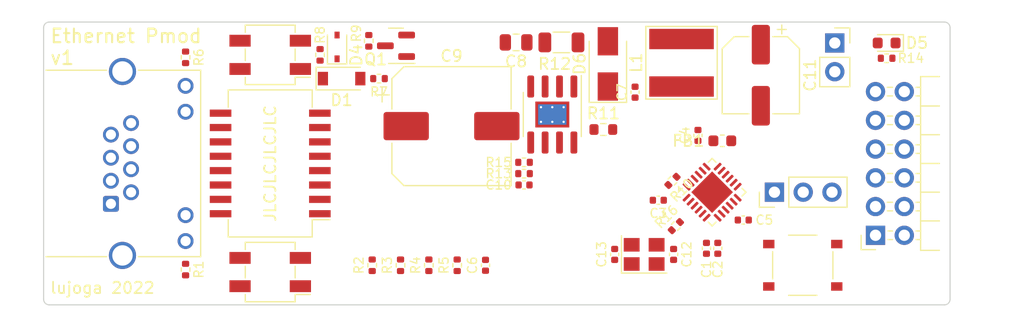
<source format=kicad_pcb>
(kicad_pcb (version 20211014) (generator pcbnew)
  (layers (0 "F.Cu" signal) (31 "B.Cu" signal) (34 "B.Paste" user) (35 "F.Paste" user) (36 "B.SilkS" user "B.Silkscreen") (37 "F.SilkS" user "F.Silkscreen") (38 "B.Mask" user) (39 "F.Mask" user) (44 "Edge.Cuts" user))
  (net 0 "")
  (net 1 "+1V2")
  (net 2 "GND")
  (net 3 "VDDA")
  (net 4 "+3V3")
  (net 5 "Net-(C7-Pad1)")
  (net 6 "Net-(C7-Pad2)")
  (net 7 "VDC")
  (net 8 "GND1")
  (net 9 "+5V")
  (net 10 "Net-(C10-Pad2)")
  (net 11 "Net-(D1-Pad2)")
  (net 12 "/DC+A")
  (net 13 "Net-(D2-Pad3)")
  (net 14 "/DC-A")
  (net 15 "/DC+B")
  (net 16 "/DC-B")
  (net 17 "Net-(D4-Pad1)")
  (net 18 "Net-(D5-Pad1)")
  (net 19 "/LED2")
  (net 20 "/LED1")
  (net 21 "/RXD1")
  (net 22 "/RXER")
  (net 23 "/REFCLK")
  (net 24 "/TXD0")
  (net 25 "/RXD0")
  (net 26 "/CRS_DV")
  (net 27 "/TXEN")
  (net 28 "/TXD1")
  (net 29 "/MDIO")
  (net 30 "/MDC")
  (net 31 "/TXN")
  (net 32 "/TXP")
  (net 33 "/RXN")
  (net 34 "/RXP")
  (net 35 "Net-(R10-Pad1)")
  (net 36 "Net-(R11-Pad1)")
  (net 37 "Net-(R12-Pad2)")
  (net 38 "Net-(SW1-Pad2)")
  (net 39 "Net-(C12-Pad1)")
  (net 40 "Net-(C13-Pad1)")
  (net 43 "Net-(R16-Pad2)")
  (net 44 "/RX-")
  (net 45 "/RX+")
  (net 46 "/TX-")
  (net 47 "/TX+")
  (net 48 "Net-(J1-Pad9)")
  (net 49 "Net-(J1-Pad12)")
  (footprint "Capacitor_SMD:C_0402_1005Metric" (layer "F.Cu") (at 160.4 108.04 90)
    (fp_text reference "C13" (at 0 -1.16 90) (layer "F.SilkS") (effects (font (size 0.8 0.8) (thickness 0.12))))
    (fp_text value "12p")
    (fp_line (start -0.107836 0.36) (end 0.107836 0.36) (layer "F.SilkS") (width 0.12))
    (fp_line (start -0.107836 -0.36) (end 0.107836 -0.36) (layer "F.SilkS") (width 0.12))
    (pad "1" smd roundrect (at -0.48 0 90) (size 0.56 0.62) (layers "F.Cu" "F.Paste" "F.Mask") (net 40 "Net-(C13-Pad1)"))
    (pad "2" smd roundrect (at 0.48 0 90) (size 0.56 0.62) (layers "F.Cu" "F.Paste" "F.Mask") (net 2 "GND"))
  )
  (footprint "Capacitor_SMD:C_0402_1005Metric" (layer "F.Cu") (at 152.4 101.9)
    (fp_text reference "C10" (at -1 0) (layer "F.SilkS") (effects (font (size 0.8 0.8) (thickness 0.12)) (justify right)))
    (fp_text value "12p" hide)
    (fp_line (start -0.107836 0.36) (end 0.107836 0.36) (layer "F.SilkS") (width 0.12))
    (fp_line (start -0.107836 -0.36) (end 0.107836 -0.36) (layer "F.SilkS") (width 0.12))
    (pad "1" smd roundrect (at -0.48 0) (size 0.56 0.62) (layers "F.Cu" "F.Paste" "F.Mask") (net 9 "+5V"))
    (pad "2" smd roundrect (at 0.48 0) (size 0.56 0.62) (layers "F.Cu" "F.Paste" "F.Mask") (net 10 "Net-(C10-Pad2)"))
  )
  (footprint "Resistor_SMD:R_0603_1608Metric" (layer "F.Cu") (at 159.4 97)
    (fp_text reference "R11" (at 0 -1.43) (layer "F.SilkS"))
    (fp_text value "5R1")
    (fp_line (start -0.237258 -0.5225) (end 0.237258 -0.5225) (layer "F.SilkS") (width 0.12))
    (fp_line (start -0.237258 0.5225) (end 0.237258 0.5225) (layer "F.SilkS") (width 0.12))
    (pad "1" smd roundrect (at -0.825 0) (size 0.8 0.95) (layers "F.Cu" "F.Paste" "F.Mask") (net 36 "Net-(R11-Pad1)"))
    (pad "2" smd roundrect (at 0.825 0) (size 0.8 0.95) (layers "F.Cu" "F.Paste" "F.Mask") (net 5 "Net-(C7-Pad1)"))
  )
  (footprint "Resistor_SMD:R_0402_1005Metric" (layer "F.Cu") (at 146.5 109 90)
    (fp_text reference "R5" (at 0 -1.17 90) (layer "F.SilkS") (effects (font (size 0.8 0.8) (thickness 0.12))))
    (fp_text value "49R9")
    (fp_line (start -0.153641 0.38) (end 0.153641 0.38) (layer "F.SilkS") (width 0.12))
    (fp_line (start -0.153641 -0.38) (end 0.153641 -0.38) (layer "F.SilkS") (width 0.12))
    (pad "1" smd roundrect (at -0.51 0 90) (size 0.54 0.64) (layers "F.Cu" "F.Paste" "F.Mask") (net 3 "VDDA"))
    (pad "2" smd roundrect (at 0.51 0 90) (size 0.54 0.64) (layers "F.Cu" "F.Paste" "F.Mask") (net 34 "/RXP"))
  )
  (footprint "Connector_PinHeader_2.54mm:PinHeader_1x03_P2.54mm_Vertical" (layer "F.Cu") (at 174.5 102.54 90)
    (fp_text reference "J3" hide)
    (fp_text value "SMI")
    (fp_line (start -1.33 6.41) (end 1.33 6.41) (layer "F.SilkS") (width 0.12))
    (fp_line (start -1.33 1.27) (end -1.33 6.41) (layer "F.SilkS") (width 0.12))
    (fp_line (start -1.33 -1.33) (end 0 -1.33) (layer "F.SilkS") (width 0.12))
    (fp_line (start -1.33 0) (end -1.33 -1.33) (layer "F.SilkS") (width 0.12))
    (fp_line (start 1.33 1.27) (end 1.33 6.41) (layer "F.SilkS") (width 0.12))
    (fp_line (start -1.33 1.27) (end 1.33 1.27) (layer "F.SilkS") (width 0.12))
    (pad "1" thru_hole rect (at 0 0 90) (size 1.7 1.7) (drill 1) (layers *.Cu *.Mask) (net 29 "/MDIO"))
    (pad "2" thru_hole oval (at 0 2.54 90) (size 1.7 1.7) (drill 1) (layers *.Cu *.Mask) (net 30 "/MDC"))
    (pad "3" thru_hole oval (at 0 5.08 90) (size 1.7 1.7) (drill 1) (layers *.Cu *.Mask) (net 2 "GND"))
  )
  (footprint "Capacitor_SMD:C_0402_1005Metric" (layer "F.Cu") (at 165.6 108.04 -90)
    (fp_text reference "C12" (at 0 -1.16 90) (layer "F.SilkS") (effects (font (size 0.8 0.8) (thickness 0.12))))
    (fp_text value "12p")
    (fp_line (start -0.107836 0.36) (end 0.107836 0.36) (layer "F.SilkS") (width 0.12))
    (fp_line (start -0.107836 -0.36) (end 0.107836 -0.36) (layer "F.SilkS") (width 0.12))
    (pad "1" smd roundrect (at -0.48 0 270) (size 0.56 0.62) (layers "F.Cu" "F.Paste" "F.Mask") (net 39 "Net-(C12-Pad1)"))
    (pad "2" smd roundrect (at 0.48 0 270) (size 0.56 0.62) (layers "F.Cu" "F.Paste" "F.Mask") (net 2 "GND"))
  )
  (footprint "Package_TO_SOT_SMD:SOT-23" (layer "F.Cu") (at 141.1 89.6 180)
    (fp_text reference "Q1" (at 1.8 -1.2) (layer "F.SilkS"))
    (fp_text value "60V")
    (fp_line (start 0 -1.56) (end 0.65 -1.56) (layer "F.SilkS") (width 0.12))
    (fp_line (start 0 -1.56) (end -1.675 -1.56) (layer "F.SilkS") (width 0.12))
    (fp_line (start 0 1.56) (end 0.65 1.56) (layer "F.SilkS") (width 0.12))
    (fp_line (start 0 1.56) (end -0.65 1.56) (layer "F.SilkS") (width 0.12))
    (pad "1" smd roundrect (at -0.9375 -0.95 180) (size 1.475 0.6) (layers "F.Cu" "F.Paste" "F.Mask") (net 17 "Net-(D4-Pad1)"))
    (pad "2" smd roundrect (at -0.9375 0.95 180) (size 1.475 0.6) (layers "F.Cu" "F.Paste" "F.Mask") (net 13 "Net-(D2-Pad3)"))
    (pad "3" smd roundrect (at 0.9375 0 180) (size 1.475 0.6) (layers "F.Cu" "F.Paste" "F.Mask") (net 8 "GND1"))
  )
  (footprint "Capacitor_SMD:CP_Elec_10x10" (layer "F.Cu") (at 146 96.7)
    (fp_text reference "C9" (at 0 -6.2) (layer "F.SilkS"))
    (fp_text value "100u")
    (fp_line (start -6.125 -3.385) (end -6.125 -2.135) (layer "F.SilkS") (width 0.12))
    (fp_line (start -5.26 -4.195563) (end -5.26 -1.51) (layer "F.SilkS") (width 0.12))
    (fp_line (start -6.75 -2.76) (end -5.5 -2.76) (layer "F.SilkS") (width 0.12))
    (fp_line (start -4.195563 5.26) (end 5.26 5.26) (layer "F.SilkS") (width 0.12))
    (fp_line (start 5.26 5.26) (end 5.26 1.51) (layer "F.SilkS") (width 0.12))
    (fp_line (start -4.195563 -5.26) (end 5.26 -5.26) (layer "F.SilkS") (width 0.12))
    (fp_line (start -5.26 -4.195563) (end -4.195563 -5.26) (layer "F.SilkS") (width 0.12))
    (fp_line (start -5.26 4.195563) (end -4.195563 5.26) (layer "F.SilkS") (width 0.12))
    (fp_line (start 5.26 -5.26) (end 5.26 -1.51) (layer "F.SilkS") (width 0.12))
    (fp_line (start -5.26 4.195563) (end -5.26 1.51) (layer "F.SilkS") (width 0.12))
    (pad "1" smd roundrect (at -4 0) (size 4 2.5) (layers "F.Cu" "F.Paste" "F.Mask") (roundrect_rratio 0.1) (net 7 "VDC"))
    (pad "2" smd roundrect (at 4 0) (size 4 2.5) (layers "F.Cu" "F.Paste" "F.Mask") (roundrect_rratio 0.1) (net 8 "GND1"))
  )
  (footprint "Connector_PinSocket_2.54mm:PinSocket_1x02_P2.54mm_Vertical" (layer "F.Cu") (at 179.825 89.35)
    (fp_text reference "J4" hide)
    (fp_text value "PoE")
    (fp_line (start -1.33 1.27) (end -1.33 3.87) (layer "F.SilkS") (width 0.12))
    (fp_line (start 0 -1.33) (end 1.33 -1.33) (layer "F.SilkS") (width 0.12))
    (fp_line (start -1.33 3.87) (end 1.33 3.87) (layer "F.SilkS") (width 0.12))
    (fp_line (start 1.33 -1.33) (end 1.33 0) (layer "F.SilkS") (width 0.12))
    (fp_line (start -1.33 1.27) (end 1.33 1.27) (layer "F.SilkS") (width 0.12))
    (fp_line (start 1.33 1.27) (end 1.33 3.87) (layer "F.SilkS") (width 0.12))
    (pad "1" thru_hole rect (at 0 0) (size 1.7 1.7) (drill 1) (layers *.Cu *.Mask) (net 9 "+5V"))
    (pad "2" thru_hole oval (at 0 2.54) (size 1.7 1.7) (drill 1) (layers *.Cu *.Mask) (net 8 "GND1"))
  )
  (footprint "Capacitor_SMD:C_0402_1005Metric" (layer "F.Cu") (at 164.25 103.25 180)
    (fp_text reference "C3" (at 0 -1.16) (layer "F.SilkS") (effects (font (size 0.8 0.8) (thickness 0.12))))
    (fp_text value "100n")
    (fp_line (start -0.107836 -0.36) (end 0.107836 -0.36) (layer "F.SilkS") (width 0.12))
    (fp_line (start -0.107836 0.36) (end 0.107836 0.36) (layer "F.SilkS") (width 0.12))
    (pad "1" smd roundrect (at -0.48 0 180) (size 0.56 0.62) (layers "F.Cu" "F.Paste" "F.Mask") (net 3 "VDDA"))
    (pad "2" smd roundrect (at 0.48 0 180) (size 0.56 0.62) (layers "F.Cu" "F.Paste" "F.Mask") (net 2 "GND"))
  )
  (footprint "Capacitor_SMD:CP_Elec_6.3x7.7" (layer "F.Cu") (at 173.3 92.2 -90)
    (fp_text reference "C11" (at 0 -4.35 90) (layer "F.SilkS"))
    (fp_text value "470u")
    (fp_line (start -2.345563 3.41) (end 3.41 3.41) (layer "F.SilkS") (width 0.12))
    (fp_line (start 3.41 -3.41) (end 3.41 -1.06) (layer "F.SilkS") (width 0.12))
    (fp_line (start 3.41 3.41) (end 3.41 1.06) (layer "F.SilkS") (width 0.12))
    (fp_line (start -3.41 -2.345563) (end -2.345563 -3.41) (layer "F.SilkS") (width 0.12))
    (fp_line (start -2.345563 -3.41) (end 3.41 -3.41) (layer "F.SilkS") (width 0.12))
    (fp_line (start -3.41 2.345563) (end -3.41 1.06) (layer "F.SilkS") (width 0.12))
    (fp_line (start -4.04375 -2.24125) (end -4.04375 -1.45375) (layer "F.SilkS") (width 0.12))
    (fp_line (start -3.41 -2.345563) (end -3.41 -1.06) (layer "F.SilkS") (width 0.12))
    (fp_line (start -3.41 2.345563) (end -2.345563 3.41) (layer "F.SilkS") (width 0.12))
    (fp_line (start -4.4375 -1.8475) (end -3.65 -1.8475) (layer "F.SilkS") (width 0.12))
    (pad "1" smd roundrect (at -2.7 0 270) (size 3.5 1.6) (layers "F.Cu" "F.Paste" "F.Mask") (roundrect_rratio 0.15625) (net 9 "+5V"))
    (pad "2" smd roundrect (at 2.7 0 270) (size 3.5 1.6) (layers "F.Cu" "F.Paste" "F.Mask") (roundrect_rratio 0.15625) (net 8 "GND1"))
  )
  (footprint "Resistor_SMD:R_0402_1005Metric" (layer "F.Cu") (at 165.5 101.54 -135)
    (fp_text reference "R10" (at 0 -1.17 45) (layer "F.SilkS") (effects (font (size 0.8 0.8) (thickness 0.12))))
    (fp_text value "12k1")
    (fp_line (start -0.153641 -0.38) (end 0.153641 -0.38) (layer "F.SilkS") (width 0.12))
    (fp_line (start -0.153641 0.38) (end 0.153641 0.38) (layer "F.SilkS") (width 0.12))
    (pad "1" smd roundrect (at -0.51 0 225) (size 0.54 0.64) (layers "F.Cu" "F.Paste" "F.Mask") (net 35 "Net-(R10-Pad1)"))
    (pad "2" smd roundrect (at 0.51 0 225) (size 0.54 0.64) (layers "F.Cu" "F.Paste" "F.Mask") (net 2 "GND"))
  )
  (footprint "Diode_SMD:D_SMA" (layer "F.Cu") (at 159.8 91.2 90)
    (fp_text reference "D6" (at 0 -2.5 90) (layer "F.SilkS"))
    (fp_text value "SS510")
    (fp_line (start -3.4 1.65) (end 2 1.65) (layer "F.SilkS") (width 0.12))
    (fp_line (start -3.4 -1.65) (end -3.4 1.65) (layer "F.SilkS") (width 0.12))
    (fp_line (start -3.4 -1.65) (end 2 -1.65) (layer "F.SilkS") (width 0.12))
    (pad "1" smd rect (at -2 0 90) (size 2.5 1.8) (layers "F.Cu" "F.Paste" "F.Mask") (net 6 "Net-(C7-Pad2)"))
    (pad "2" smd rect (at 2 0 90) (size 2.5 1.8) (layers "F.Cu" "F.Paste" "F.Mask") (net 8 "GND1"))
  )
  (footprint "Inductor_SMD:L_0603_1608Metric" (layer "F.Cu") (at 169.9 98 180)
    (fp_text reference "FB1" (at 1.5 0) (layer "F.SilkS") (effects (justify right)))
    (fp_text value "Ferrite Bead")
    (fp_line (start -0.162779 0.51) (end 0.162779 0.51) (layer "F.SilkS") (width 0.12))
    (fp_line (start -0.162779 -0.51) (end 0.162779 -0.51) (layer "F.SilkS") (width 0.12))
    (pad "1" smd roundrect (at -0.7875 0 180) (size 0.875 0.95) (layers "F.Cu" "F.Paste" "F.Mask") (net 4 "+3V3"))
    (pad "2" smd roundrect (at 0.7875 0 180) (size 0.875 0.95) (layers "F.Cu" "F.Paste" "F.Mask") (net 3 "VDDA"))
  )
  (footprint "Resistor_SMD:R_0402_1005Metric" (layer "F.Cu") (at 122.53 90.62 -90)
    (fp_text reference "R6" (at 0 -1.17 90) (layer "F.SilkS") (effects (font (size 0.8 0.8) (thickness 0.12))))
    (fp_text value "332R")
    (fp_line (start -0.153641 0.38) (end 0.153641 0.38) (layer "F.SilkS") (width 0.12))
    (fp_line (start -0.153641 -0.38) (end 0.153641 -0.38) (layer "F.SilkS") (width 0.12))
    (pad "1" smd roundrect (at -0.51 0 270) (size 0.54 0.64) (layers "F.Cu" "F.Paste" "F.Mask") (net 20 "/LED1"))
    (pad "2" smd roundrect (at 0.51 0 270) (size 0.54 0.64) (layers "F.Cu" "F.Paste" "F.Mask") (net 49 "Net-(J1-Pad12)"))
  )
  (footprint "Resistor_SMD:R_0402_1005Metric" (layer "F.Cu") (at 144 109 90)
    (fp_text reference "R4" (at 0 -1.17 90) (layer "F.SilkS") (effects (font (size 0.8 0.8) (thickness 0.12))))
    (fp_text value "49R9")
    (fp_line (start -0.153641 0.38) (end 0.153641 0.38) (layer "F.SilkS") (width 0.12))
    (fp_line (start -0.153641 -0.38) (end 0.153641 -0.38) (layer "F.SilkS") (width 0.12))
    (pad "1" smd roundrect (at -0.51 0 90) (size 0.54 0.64) (layers "F.Cu" "F.Paste" "F.Mask") (net 3 "VDDA"))
    (pad "2" smd roundrect (at 0.51 0 90) (size 0.54 0.64) (layers "F.Cu" "F.Paste" "F.Mask") (net 33 "/RXN"))
  )
  (footprint "Capacitor_SMD:C_0402_1005Metric" (layer "F.Cu") (at 149 109 90)
    (fp_text reference "C6" (at 0 -1.16 90) (layer "F.SilkS") (effects (font (size 0.8 0.8) (thickness 0.12))))
    (fp_text value "22n")
    (fp_line (start -0.107836 -0.36) (end 0.107836 -0.36) (layer "F.SilkS") (width 0.12))
    (fp_line (start -0.107836 0.36) (end 0.107836 0.36) (layer "F.SilkS") (width 0.12))
    (pad "1" smd roundrect (at -0.48 0 90) (size 0.56 0.62) (layers "F.Cu" "F.Paste" "F.Mask") (net 3 "VDDA"))
    (pad "2" smd roundrect (at 0.48 0 90) (size 0.56 0.62) (layers "F.Cu" "F.Paste" "F.Mask") (net 2 "GND"))
  )
  (footprint "Connector_PinHeader_2.54mm:PinHeader_2x06_P2.54mm_Horizontal" (layer "F.Cu") (at 183.42 106.35)
    (fp_text reference "J2" hide)
    (fp_text value "PMOD")
    (fp_line (start 1.042929 -4.7) (end 1.497071 -4.7) (layer "F.SilkS") (width 0.12))
    (fp_line (start 3.98 -1.27) (end 5.64 -1.27) (layer "F.SilkS") (width 0.12))
    (fp_line (start 1.11 0.38) (end 1.497071 0.38) (layer "F.SilkS") (width 0.12))
    (fp_line (start 1.042929 -12.32) (end 1.497071 -12.32) (layer "F.SilkS") (width 0.12))
    (fp_line (start 3.98 -11.43) (end 5.64 -11.43) (layer "F.SilkS") (width 0.12))
    (fp_line (start 3.582929 -12.32) (end 3.98 -12.32) (layer "F.SilkS") (width 0.12))
    (fp_line (start 3.582929 -5.46) (end 3.98 -5.46) (layer "F.SilkS") (width 0.12))
    (fp_line (start -1.27 1.27) (end 0 1.27) (layer "F.SilkS") (width 0.12))
    (fp_line (start -1.27 1.27) (end -1.27 0) (layer "F.SilkS") (width 0.12))
    (fp_line (start 1.042929 -13.08) (end 1.497071 -13.08) (layer "F.SilkS") (width 0.12))
    (fp_line (start 3.98 -8.89) (end 5.64 -8.89) (layer "F.SilkS") (width 0.12))
    (fp_line (start 3.582929 0.38) (end 3.98 0.38) (layer "F.SilkS") (width 0.12))
    (fp_line (start 3.582929 -2.16) (end 3.98 -2.16) (layer "F.SilkS") (width 0.12))
    (fp_line (start 3.582929 -2.92) (end 3.98 -2.92) (layer "F.SilkS") (width 0.12))
    (fp_line (start 3.582929 -0.38) (end 3.98 -0.38) (layer "F.SilkS") (width 0.12))
    (fp_line (start 1.042929 -7.24) (end 1.497071 -7.24) (layer "F.SilkS") (width 0.12))
    (fp_line (start 3.98 -6.35) (end 5.64 -6.35) (layer "F.SilkS") (width 0.12))
    (fp_line (start 3.582929 -7.24) (end 3.98 -7.24) (layer "F.SilkS") (width 0.12))
    (fp_line (start 3.98 -3.81) (end 5.64 -3.81) (layer "F.SilkS") (width 0.12))
    (fp_line (start 3.582929 -10.54) (end 3.98 -10.54) (layer "F.SilkS") (width 0.12))
    (fp_line (start 3.582929 -9.78) (end 3.98 -9.78) (layer "F.SilkS") (width 0.12))
    (fp_line (start 1.042929 -8) (end 1.497071 -8) (layer "F.SilkS") (width 0.12))
    (fp_line (start 1.11 -0.38) (end 1.497071 -0.38) (layer "F.SilkS") (width 0.12))
    (fp_line (start 3.98 1.33) (end 5.64 1.33) (layer "F.SilkS") (width 0.12))
    (fp_line (start 5.64 -14.03) (end 3.98 -14.03) (layer "F.SilkS") (width 0.12))
    (fp_line (start 1.042929 -10.54) (end 1.497071 -10.54) (layer "F.SilkS") (width 0.12))
    (fp_line (start 3.582929 -4.7) (end 3.98 -4.7) (layer "F.SilkS") (width 0.12))
    (fp_line (start 1.042929 -5.46) (end 1.497071 -5.46) (layer "F.SilkS") (width 0.12))
    (fp_line (start 3.582929 -8) (end 3.98 -8) (layer "F.SilkS") (width 0.12))
    (fp_line (start 3.98 -14.03) (end 3.98 1.33) (layer "F.SilkS") (width 0.12))
    (fp_line (start 1.042929 -9.78) (end 1.497071 -9.78) (layer "F.SilkS") (width 0.12))
    (fp_line (start 3.582929 -13.08) (end 3.98 -13.08) (layer "F.SilkS") (width 0.12))
    (fp_line (start 1.042929 -2.92) (end 1.497071 -2.92) (layer "F.SilkS") (width 0.12))
    (fp_line (start 1.042929 -2.16) (end 1.497071 -2.16) (layer "F.SilkS") (width 0.12))
    (pad "1" thru_hole rect (at 0 0) (size 1.7 1.7) (drill 1) (layers *.Cu *.Mask) (net 21 "/RXD1"))
    (pad "2" thru_hole oval (at 0 -2.54) (size 1.7 1.7) (drill 1) (layers *.Cu *.Mask) (net 22 "/RXER"))
    (pad "3" thru_hole oval (at 0 -5.08) (size 1.7 1.7) (drill 1) (layers *.Cu *.Mask) (net 23 "/REFCLK"))
    (pad "4" thru_hole oval (at 0 -7.62) (size 1.7 1.7) (drill 1) (layers *.Cu *.Mask) (net 24 "/TXD0"))
    (pad "5" thru_hole oval (at 0 -10.16) (size 1.7 1.7) (drill 1) (layers *.Cu *.Mask) (net 2 "GND"))
    (pad "6" thru_hole oval (at 0 -12.7) (size 1.7 1.7) (drill 1) (layers *.Cu *.Mask) (net 4 "+3V3"))
    (pad "7" thru_hole oval (at 2.54 0) (size 1.7 1.7) (drill 1) (layers *.Cu *.Mask) (net 25 "/RXD0"))
    (pad "8" thru_hole oval (at 2.54 -2.54) (size 1.7 1.7) (drill 1) (layers *.Cu *.Mask) (net 26 "/CRS_DV"))
    (pad "9" thru_hole oval (at 2.54 -5.08) (size 1.7 1.7) (drill 1) (layers *.Cu *.Mask) (net 27 "/TXEN"))
    (pad "10" thru_hole oval (at 2.54 -7.62) (size 1.7 1.7) (drill 1) (layers *.Cu *.Mask) (net 28 "/TXD1"))
    (pad "11" thru_hole oval (at 2.54 -10.16) (size 1.7 1.7) (drill 1) (layers *.Cu *.Mask) (net 2 "GND"))
    (pad "12" thru_hole oval (at 2.54 -12.7) (size 1.7 1.7) (drill 1) (layers *.Cu *.Mask) (net 4 "+3V3"))
  )
  (footprint "Resistor_SMD:R_0402_1005Metric" (layer "F.Cu") (at 139 109 90)
    (fp_text reference "R2" (at 0 -1.17 90) (layer "F.SilkS") (effects (font (size 0.8 0.8) (thickness 0.12))))
    (fp_text value "49R9")
    (fp_line (start -0.153641 -0.38) (end 0.153641 -0.38) (layer "F.SilkS") (width 0.12))
    (fp_line (start -0.153641 0.38) (end 0.153641 0.38) (layer "F.SilkS") (width 0.12))
    (pad "1" smd roundrect (at -0.51 0 90) (size 0.54 0.64) (layers "F.Cu" "F.Paste" "F.Mask") (net 3 "VDDA"))
    (pad "2" smd roundrect (at 0.51 0 90) (size 0.54 0.64) (layers "F.Cu" "F.Paste" "F.Mask") (net 31 "/TXN"))
  )
  (footprint "LED_SMD:LED_0603_1608Metric" (layer "F.Cu") (at 184.4 89.35 180)
    (fp_text reference "D5" (at -1.6 0) (layer "F.SilkS") (effects (justify left)))
    (fp_text value "BLUE")
    (fp_line (start 0.8 -0.735) (end -1.485 -0.735) (layer "F.SilkS") (width 0.12))
    (fp_line (start -1.485 0.735) (end 0.8 0.735) (layer "F.SilkS") (width 0.12))
    (fp_line (start -1.485 -0.735) (end -1.485 0.735) (layer "F.SilkS") (width 0.12))
    (pad "1" smd roundrect (at -0.7875 0 180) (size 0.875 0.95) (layers "F.Cu" "F.Paste" "F.Mask") (net 18 "Net-(D5-Pad1)"))
    (pad "2" smd roundrect (at 0.7875 0 180) (size 0.875 0.95) (layers "F.Cu" "F.Paste" "F.Mask") (net 9 "+5V"))
  )
  (footprint "ethernet-pmod:Diode_Bridge_Diodes_MBF" (layer "F.Cu") (at 130 109.6 180)
    (fp_text reference "D2" hide)
    (fp_text value "D_Bridge_+A-A")
    (fp_line (start 2.2 -2.625) (end 2.2 -1.985) (layer "F.SilkS") (width 0.12))
    (fp_line (start -2.2 -2.625) (end 2.2 -2.625) (layer "F.SilkS") (width 0.12))
    (fp_line (start 2.2 2.625) (end 2.2 1.985) (layer "F.SilkS") (width 0.12))
    (fp_line (start -2.2 2.625) (end 2.2 2.625) (layer "F.SilkS") (width 0.12))
    (fp_line (start -2.2 -0.515) (end -2.2 0.515) (layer "F.SilkS") (width 0.12))
    (fp_line (start -2.2 -1.985) (end -3.54 -1.985) (layer "F.SilkS") (width 0.12))
    (fp_line (start -2.2 1.985) (end -2.2 2.625) (layer "F.SilkS") (width 0.12))
    (fp_line (start -2.2 -1.985) (end -2.2 -2.625) (layer "F.SilkS") (width 0.12))
    (fp_line (start 2.2 -0.515) (end 2.2 0.515) (layer "F.SilkS") (width 0.12))
    (pad "1" smd rect (at -2.6625 -1.25 270) (size 1.05 1.875) (layers "F.Cu" "F.Paste" "F.Mask") (net 7 "VDC"))
    (pad "2" smd rect (at 2.6625 -1.25 270) (size 1.05 1.875) (layers "F.Cu" "F.Paste" "F.Mask") (net 12 "/DC+A"))
    (pad "3" smd rect (at -2.6625 1.25 270) (size 1.05 1.875) (layers "F.Cu" "F.Paste" "F.Mask") (net 13 "Net-(D2-Pad3)"))
    (pad "4" smd rect (at 2.6625 1.25 270) (size 1.05 1.875) (layers "F.Cu" "F.Paste" "F.Mask") (net 14 "/DC-A"))
  )
  (footprint "Resistor_SMD:R_0402_1005Metric" (layer "F.Cu") (at 165.8 105.54 45)
    (fp_text reference "R16" (at 0 -1.17 45) (layer "F.SilkS") (effects (font (size 0.8 0.8) (thickness 0.12))))
    (fp_text value "499R")
    (fp_line (start -0.153641 -0.38) (end 0.153641 -0.38) (layer "F.SilkS") (width 0.12))
    (fp_line (start -0.153641 0.38) (end 0.153641 0.38) (layer "F.SilkS") (width 0.12))
    (pad "1" smd roundrect (at -0.51 0 45) (size 0.54 0.64) (layers "F.Cu" "F.Paste" "F.Mask") (net 40 "Net-(C13-Pad1)"))
    (pad "2" smd roundrect (at 0.51 0 45) (size 0.54 0.64) (layers "F.Cu" "F.Paste" "F.Mask") (net 43 "Net-(R16-Pad2)"))
  )
  (footprint "ethernet-pmod:L_Cenker_CKCS60xx" (layer "F.Cu") (at 166.3 91.1 90)
    (fp_text reference "L1" (at 0 -4 90 unlocked) (layer "F.SilkS"))
    (fp_text value "33u")
    (fp_line (start 3.21 -3.15) (end 3.21 3.15) (layer "F.SilkS") (width 0.12))
    (fp_line (start 3.21 3.15) (end -3.21 3.15) (layer "F.SilkS") (width 0.12))
    (fp_line (start -3.21 -3.15) (end 3.21 -3.15) (layer "F.SilkS") (width 0.12))
    (fp_line (start -3.21 3.15) (end -3.21 -3.15) (layer "F.SilkS") (width 0.12))
    (pad "1" smd rect (at -2.1 0 90) (size 1.8 5.7) (layers "F.Cu" "F.Paste" "F.Mask") (net 6 "Net-(C7-Pad2)"))
    (pad "2" smd rect (at 2.1 0 90) (size 1.8 5.7) (layers "F.Cu" "F.Paste" "F.Mask") (net 9 "+5V"))
  )
  (footprint "Capacitor_SMD:C_0402_1005Metric" (layer "F.Cu") (at 167.75 97.52 90)
    (fp_text reference "C4" (at 0 -1.16 90) (layer "F.SilkS") (effects (font (size 0.8 0.8) (thickness 0.12))))
    (fp_text value "100n")
    (fp_line (start -0.107836 -0.36) (end 0.107836 -0.36) (layer "F.SilkS") (width 0.12))
    (fp_line (start -0.107836 0.36) (end 0.107836 0.36) (layer "F.SilkS") (width 0.12))
    (pad "1" smd roundrect (at -0.48 0 90) (size 0.56 0.62) (layers "F.Cu" "F.Paste" "F.Mask") (net 3 "VDDA"))
    (pad "2" smd roundrect (at 0.48 0 90) (size 0.56 0.62) (layers "F.Cu" "F.Paste" "F.Mask") (net 2 "GND"))
  )
  (footprint "ethernet-pmod:Transformer_Ethernet_HanRun_HY601742" (layer "F.Cu") (at 130 100 90)
    (fp_text reference "TR1" hide)
    (fp_text value "HY601742")
    (fp_line (start -6.5 -3.706) (end -4.9725 -3.706) (layer "F.SilkS") (width 0.12))
    (fp_line (start 6.5 -3.706) (end 6.5 3.706) (layer "F.SilkS") (width 0.12))
    (fp_line (start 6.5 -3.706) (end 4.9725 -3.706) (layer "F.SilkS") (width 0.12))
    (fp_line (start 6.5 3.706) (end 4.9725 3.706) (layer "F.SilkS") (width 0.12))
    (fp_line (start -6.5 3.706) (end -4.9725 3.706) (layer "F.SilkS") (width 0.12))
    (fp_line (start -4.9725 3.706) (end -4.9725 5.274) (layer "F.SilkS") (width 0.12))
    (fp_line (start -6.5 -3.706) (end -6.5 3.706) (layer "F.SilkS") (width 0.12))
    (pad "1" smd rect (at -4.445 4.3815 90) (size 0.635 1.905) (layers "F.Cu" "F.Paste" "F.Mask") (net 34 "/RXP"))
    (pad "2" smd rect (at -3.175 4.3815 90) (size 0.635 1.905) (layers "F.Cu" "F.Paste" "F.Mask") (net 3 "VDDA"))
    (pad "3" smd rect (at -1.905 4.3815 90) (size 0.635 1.905) (layers "F.Cu" "F.Paste" "F.Mask") (net 33 "/RXN"))
    (pad "4" smd rect (at -0.635 4.3815 90) (size 0.635 1.905) (layers "F.Cu" "F.Paste" "F.Mask"))
    (pad "5" smd rect (at 0.635 4.3815 90) (size 0.635 1.905) (layers "F.Cu" "F.Paste" "F.Mask"))
    (pad "6" smd rect (at 1.905 4.3815 90) (size 0.635 1.905) (layers "F.Cu" "F.Paste" "F.Mask") (net 32 "/TXP"))
    (pad "7" smd rect (at 3.175 4.3815 90) (size 0.635 1.905) (layers "F.Cu" "F.Paste" "F.Mask") (net 3 "VDDA"))
    (pad "8" smd rect (at 4.445 4.3815 90) (size 0.635 1.905) (layers "F.Cu" "F.Paste" "F.Mask") (net 31 "/TXN"))
    (pad "9" smd rect (at 4.445 -4.3815 90) (size 0.635 1.905) (layers "F.Cu" "F.Paste" "F.Mask") (net 46 "/TX-"))
    (pad "10" smd rect (at 3.175 -4.3815 90) (size 0.635 1.905) (layers "F.Cu" "F.Paste" "F.Mask") (net 14 "/DC-A"))
    (pad "11" smd rect (at 1.905 -4.3815 90) (size 0.635 1.905) (layers "F.Cu" "F.Paste" "F.Mask") (net 47 "/TX+"))
    (pad "12" smd rect (at 0.635 -4.3815 90) (size 0.635 1.905) (layers "F.Cu" "F.Paste" "F.Mask"))
    (pad "13" smd rect (at -0.635 -4.3815 90) (size 0.635 1.905) (layers "F.Cu" "F.Paste" "F.Mask"))
    (pad "14" smd rect (at -1.905 -4.3815 90) (size 0.635 1.905) (layers "F.Cu" "F.Paste" "F.Mask") (net 44 "/RX-"))
    (pad "15" smd rect (at -3.175 -4.3815 90) (size 0.635 1.905) (layers "F.Cu" "F.Paste" "F.Mask") (net 12 "/DC+A"))
    (pad "16" smd rect (at -4.445 -4.3815 90) (size 0.635 1.905) (layers "F.Cu" "F.Paste" "F.Mask") (net 45 "/RX+"))
  )
  (footprint "Resistor_SMD:R_0402_1005Metric" (layer "F.Cu") (at 122.53 109.38 90)
    (fp_text reference "R1" (at 0 1.17 90) (layer "F.SilkS") (effects (font (size 0.8 0.8) (thickness 0.12))))
    (fp_text value "332R")
    (fp_line (start -0.153641 -0.38) (end 0.153641 -0.38) (layer "F.SilkS") (width 0.12))
    (fp_line (start -0.153641 0.38) (end 0.153641 0.38) (layer "F.SilkS") (width 0.12))
    (pad "1" smd roundrect (at -0.51 0 90) (size 0.54 0.64) (layers "F.Cu" "F.Paste" "F.Mask") (net 19 "/LED2"))
    (pad "2" smd roundrect (at 0.51 0 90) (size 0.54 0.64) (layers "F.Cu" "F.Paste" "F.Mask") (net 48 "Net-(J1-Pad9)"))
  )
  (footprint "Capacitor_SMD:C_0402_1005Metric" (layer "F.Cu") (at 162.2 93.7 90)
    (fp_text reference "C7" (at 0 -1.16 90) (layer "F.SilkS") (effects (font (size 0.8 0.8) (thickness 0.12))))
    (fp_text value "100n")
    (fp_line (start -0.107836 -0.36) (end 0.107836 -0.36) (layer "F.SilkS") (width 0.12))
    (fp_line (start -0.107836 0.36) (end 0.107836 0.36) (layer "F.SilkS") (width 0.12))
    (pad "1" smd roundrect (at -0.48 0 90) (size 0.56 0.62) (layers "F.Cu" "F.Paste" "F.Mask") (net 5 "Net-(C7-Pad1)"))
    (pad "2" smd roundrect (at 0.48 0 90) (size 0.56 0.62) (layers "F.Cu" "F.Paste" "F.Mask") (net 6 "Net-(C7-Pad2)"))
  )
  (footprint "Resistor_SMD:R_0402_1005Metric" (layer "F.Cu") (at 152.4 99.9 180)
    (fp_text reference "R15" (at 1 0) (layer "F.SilkS") (effects (font (size 0.8 0.8) (thickness 0.12)) (justify right)))
    (fp_text value "57k6" hide)
    (fp_line (start -0.153641 0.38) (end 0.153641 0.38) (layer "F.SilkS") (width 0.12))
    (fp_line (start -0.153641 -0.38) (end 0.153641 -0.38) (layer "F.SilkS") (width 0.12))
    (pad "1" smd roundrect (at -0.51 0 180) (size 0.54 0.64) (layers "F.Cu" "F.Paste" "F.Mask") (net 10 "Net-(C10-Pad2)"))
    (pad "2" smd roundrect (at 0.51 0 180) (size 0.54 0.64) (layers "F.Cu" "F.Paste" "F.Mask") (net 8 "GND1"))
  )
  (footprint "Resistor_SMD:R_1206_3216Metric" (layer "F.Cu") (at 155.7 89.3)
    (fp_text reference "R12" (at -0.6 1.9) (layer "F.SilkS"))
    (fp_text value "28m 250mW")
    (fp_line (start -0.727064 0.91) (end 0.727064 0.91) (layer "F.SilkS") (width 0.12))
    (fp_line (start -0.727064 -0.91) (end 0.727064 -0.91) (layer "F.SilkS") (width 0.12))
    (pad "1" smd roundrect (at -1.4625 0) (size 1.125 1.75) (layers "F.Cu" "F.Paste" "F.Mask") (roundrect_rratio 0.222222) (net 7 "VDC"))
    (pad "2" smd roundrect (at 1.4625 0) (size 1.125 1.75) (layers "F.Cu" "F.Paste" "F.Mask") (roundrect_rratio 0.222222) (net 37 "Net-(R12-Pad2)"))
  )
  (footprint "Capacitor_SMD:C_0402_1005Metric" (layer "F.Cu") (at 168.5 107.5 -90)
    (fp_text reference "C1" (at 1 0 90) (layer "F.SilkS") (effects (font (size 0.8 0.8) (thickness 0.12)) (justify right)))
    (fp_text value "470p")
    (fp_line (start -0.107836 -0.36) (end 0.107836 -0.36) (layer "F.SilkS") (width 0.12))
    (fp_line (start -0.107836 0.36) (end 0.107836 0.36) (layer "F.SilkS") (width 0.12))
    (pad "1" smd roundrect (at -0.48 0 270) (size 0.56 0.62) (layers "F.Cu" "F.Paste" "F.Mask") (net 1 "+1V2"))
    (pad "2" smd roundrect (at 0.48 0 270) (size 0.56 0.62) (layers "F.Cu" "F.Paste" "F.Mask") (net 2 "GND"))
  )
  (footprint "ethernet-pmod:SW_Push_SPST_NO_XKB_TS-1187A-X-X-X" (layer "F.Cu") (at 177 109 180)
    (fp_text reference "SW1" hide)
    (fp_text value "RESET")
    (fp_line (start -1.25 2.66) (end 1.25 2.66) (layer "F.SilkS") (width 0.12))
    (fp_line (start -2.66 -1.2) (end -2.66 1.2) (layer "F.SilkS") (width 0.12))
    (fp_line (start 2.66 1.2) (end 2.66 -1.2) (layer "F.SilkS") (width 0.12))
    (fp_line (start 1.25 -2.66) (end -1.25 -2.66) (layer "F.SilkS") (width 0.12))
    (pad "1" smd rect (at -3 -1.875 180) (size 1 0.75) (layers "F.Cu" "F.Paste" "F.Mask") (net 2 "GND"))
    (pad "1" smd rect (at 3 -1.875 180) (size 1 0.75) (layers "F.Cu" "F.Paste" "F.Mask") (net 2 "GND"))
    (pad "2" smd rect (at 3 1.875 180) (size 1 0.75) (layers "F.Cu" "F.Paste" "F.Mask") (net 38 "Net-(SW1-Pad2)"))
    (pad "2" smd rect (at -3 1.875 180) (size 1 0.75) (layers "F.Cu" "F.Paste" "F.Mask") (net 38 "Net-(SW1-Pad2)"))
  )
  (footprint "Resistor_SMD:R_0402_1005Metric" (layer "F.Cu") (at 134.4 90.4 90)
    (fp_text reference "R8" (at 0.9 0 90) (layer "F.SilkS") (effects (font (size 0.8 0.8) (thickness 0.12)) (justify left)))
    (fp_text value "24k9")
    (fp_line (start -0.153641 0.38) (end 0.153641 0.38) (layer "F.SilkS") (width 0.12))
    (fp_line (start -0.153641 -0.38) (end 0.153641 -0.38) (layer "F.SilkS") (width 0.12))
    (pad "1" smd roundrect (at -0.51 0 90) (size 0.54 0.64) (layers "F.Cu" "F.Paste" "F.Mask") (net 7 "VDC"))
    (pad "2" smd roundrect (at 0.51 0 90) (size 0.54 0.64) (layers "F.Cu" "F.Paste" "F.Mask") (net 13 "Net-(D2-Pad3)"))
  )
  (footprint "Capacitor_SMD:C_0402_1005Metric" (layer "F.Cu") (at 171.75 105)
    (fp_text reference "C5" (at 1 0) (layer "F.SilkS") (effects (font (size 0.8 0.8) (thickness 0.12)) (justify left)))
    (fp_text value "100n")
    (fp_line (start -0.107836 0.36) (end 0.107836 0.36) (layer "F.SilkS") (width 0.12))
    (fp_line (start -0.107836 -0.36) (end 0.107836 -0.36) (layer "F.SilkS") (width 0.12))
    (pad "1" smd roundrect (at -0.48 0) (size 0.56 0.62) (layers "F.Cu" "F.Paste" "F.Mask") (net 4 "+3V3"))
    (pad "2" smd roundrect (at 0.48 0) (size 0.56 0.62) (layers "F.Cu" "F.Paste" "F.Mask") (net 2 "GND"))
  )
  (footprint "Diode_SMD:D_SOD-123" (layer "F.Cu") (at 136.3 92.5)
    (fp_text reference "D1" (at 0 1.9) (layer "F.SilkS"))
    (fp_text value "28V")
    (fp_line (start -2.25 -1) (end 1.65 -1) (layer "F.SilkS") (width 0.12))
    (fp_line (start -2.25 1) (end 1.65 1) (layer "F.SilkS") (width 0.12))
    (fp_line (start -2.25 -1) (end -2.25 1) (layer "F.SilkS") (width 0.12))
    (pad "1" smd rect (at -1.65 0) (size 0.9 1.2) (layers "F.Cu" "F.Paste" "F.Mask") (net 7 "VDC"))
    (pad "2" smd rect (at 1.65 0) (size 0.9 1.2) (layers "F.Cu" "F.Paste" "F.Mask") (net 11 "Net-(D1-Pad2)"))
  )
  (footprint "Package_SO:SOIC-8-1EP_3.9x4.9mm_P1.27mm_EP2.29x3mm_ThermalVias" (layer "F.Cu") (at 154.895 95.675 -90)
    (fp_text reference "U2" hide)
    (fp_text value "TX4138")
    (fp_line (start 0 -2.56) (end 1.95 -2.56) (layer "F.SilkS") (width 0.12))
    (fp_line (start 0 2.56) (end 1.95 2.56) (layer "F.SilkS") (width 0.12))
    (fp_line (start 0 -2.56) (end -3.45 -2.56) (layer "F.SilkS") (width 0.12))
    (fp_line (start 0 2.56) (end -1.95 2.56) (layer "F.SilkS") (width 0.12))
    (pad "1" smd roundrect (at -2.475 -1.905 270) (size 1.95 0.6) (layers "F.Cu" "F.Paste" "F.Mask") (net 6 "Net-(C7-Pad2)"))
    (pad "2" smd roundrect (at -2.475 -0.635 270) (size 1.95 0.6) (layers "F.Cu" "F.Paste" "F.Mask") (net 37 "Net-(R12-Pad2)"))
    (pad "3" smd roundrect (at -2.475 0.635 270) (size 1.95 0.6) (layers "F.Cu" "F.Paste" "F.Mask") (net 7 "VDC"))
    (pad "4" smd roundrect (at -2.475 1.905 270) (size 1.95 0.6) (layers "F.Cu" "F.Paste" "F.Mask") (net 8 "GND1"))
    (pad "5" smd roundrect (at 2.475 1.905 270) (size 1.95 0.6) (layers "F.Cu" "F.Paste" "F.Mask") (net 10 "Net-(C10-Pad2)"))
    (pad "6" smd roundrect (at 2.475 0.635 270) (size 1.95 0.6) (layers "F.Cu" "F.Paste" "F.Mask"))
    (pad "7" smd roundrect (at 2.475 -0.635 270) (size 1.95 0.6) (layers "F.Cu" "F.Paste" "F.Mask"))
    (pad "8" smd roundrect (at 2.475 -1.905 270) (size 1.95 0.6) (layers "F.Cu" "F.Paste" "F.Mask") (net 36 "Net-(R11-Pad1)"))
    (pad "9" thru_hole circle (at -0.65 0 270) (size 0.5 0.5) (drill 0.2) (layers *.Cu) (net 37 "Net-(R12-Pad2)"))
    (pad "9" thru_hole circle (at 0.65 1 270) (size 0.5 0.5) (drill 0.2) (layers *.Cu) (net 37 "Net-(R12-Pad2)"))
    (pad "9" thru_hole circle (at -0.65 1 270) (size 0.5 0.5) (drill 0.2) (layers *.Cu) (net 37 "Net-(R12-Pad2)"))
    (pad "9" thru_hole circle (at 0.65 -1 270) (size 0.5 0.5) (drill 0.2) (layers *.Cu) (net 37 "Net-(R12-Pad2)"))
    (pad "9" thru_hole circle (at -0.65 -1 270) (size 0.5 0.5) (drill 0.2) (layers *.Cu) (net 37 "Net-(R12-Pad2)"))
    (pad "9" thru_hole circle (at 0.65 0 270) (size 0.5 0.5) (drill 0.2) (layers *.Cu) (net 37 "Net-(R12-Pad2)"))
    (pad "9" smd rect (at 0 0 270) (size 1.8 2.5) (layers "B.Cu") (net 37 "Net-(R12-Pad2)"))
    (pad "9" smd rect (at 0 0 270) (size 2.29 3) (layers "F.Cu" "F.Mask") (net 37 "Net-(R12-Pad2)"))
  )
  (footprint "Package_DFN_QFN:QFN-24-1EP_4x4mm_P0.5mm_EP2.6x2.6mm" (layer "F.Cu") (at 169 102.54 45)
    (fp_text reference "U1" hide)
    (fp_text value "LAN8720A")
    (fp_line (start 1.635 -2.11) (end 2.11 -2.11) (layer "F.SilkS") (width 0.12))
    (fp_line (start 2.11 -2.11) (end 2.11 -1.635) (layer "F.SilkS") (width 0.12))
    (fp_line (start -1.635 2.11) (end -2.11 2.11) (layer "F.SilkS") (width 0.12))
    (fp_line (start -1.635 -2.11) (end -2.11 -2.11) (layer "F.SilkS") (width 0.12))
    (fp_line (start 1.635 2.11) (end 2.11 2.11) (layer "F.SilkS") (width 0.12))
    (fp_line (start 2.11 2.11) (end 2.11 1.635) (layer "F.SilkS") (width 0.12))
    (fp_line (start -2.11 2.11) (end -2.11 1.635) (layer "F.SilkS") (width 0.12))
    (pad "1" smd roundrect (at -1.9375 -1.25 45) (size 0.825 0.25) (layers "F.Cu" "F.Paste" "F.Mask") (net 3 "VDDA"))
    (pad "2" smd roundrect (at -1.9375 -0.75 45) (size 0.825 0.25) (layers "F.Cu" "F.Paste" "F.Mask") (net 19 "/LED2"))
    (pad "3" smd roundrect (at -1.9375 -0.25 45) (size 0.825 0.25) (layers "F.Cu" "F.Paste" "F.Mask") (net 20 "/LED1"))
    (pad "4" smd roundrect (at -1.9375 0.25 45) (size 0.825 0.25) (layers "F.Cu" "F.Paste" "F.Mask") (net 43 "Net-(R16-Pad2)"))
    (pad "5" smd roundrect (at -1.9375 0.75 45) (size 0.825 0.25) (layers "F.Cu" "F.Paste" "F.Mask") (net 39 "Net-(C12-Pad1)"))
    (pad "6" smd roundrect (at -1.9375 1.25 45) (size 0.825 0.25) (layers "F.Cu" "F.Paste" "F.Mask") (net 1 "+1V2"))
    (pad "7" smd roundrect (at -1.25 1.9375 45) (size 0.25 0.825) (layers "F.Cu" "F.Paste" "F.Mask") (net 21 "/RXD1"))
    (pad "8" smd roundrect (at -0.75 1.9375 45) (size 0.25 0.825) (layers "F.Cu" "F.Paste" "F.Mask") (net 25 "/RXD0"))
    (pad "9" smd roundrect (at -0.25 1.9375 45) (size 0.25 0.825) (layers "F.Cu" "F.Paste" "F.Mask") (net 4 "+3V3"))
    (pad "10" smd roundrect (at 0.25 1.9375 45) (size 0.25 0.825) (layers "F.Cu" "F.Paste" "F.Mask") (net 22 "/RXER"))
    (pad "11" smd roundrect (at 0.75 1.9375 45) (size 0.25 0.825) (layers "F.Cu" "F.Paste" "F.Mask") (net 26 "/CRS_DV"))
    (pad "12" smd roundrect (at 1.25 1.9375 45) (size 0.25 0.825) (layers "F.Cu" "F.Paste" "F.Mask") (net 29 "/MDIO"))
    (pad "13" smd roundrect (at 1.9375 1.25 45) (size 0.825 0.25) (layers "F.Cu" "F.Paste" "F.Mask") (net 30 "/MDC"))
    (pad "14" smd roundrect (at 1.9375 0.75 45) (size 0.825 0.25) (layers "F.Cu" "F.Paste" "F.Mask") (net 23 "/REFCLK"))
    (pad "15" smd roundrect (at 1.9375 0.25 45) (size 0.825 0.25) (layers "F.Cu" "F.Paste" "F.Mask") (net 38 "Net-(SW1-Pad2)"))
    (pad "16" smd roundrect (at 1.9375 -0.25 45) (size 0.825 0.25) (layers "F.Cu" "F.Paste" "F.Mask") (net 27 "/TXEN"))
    (pad "17" smd roundrect (at 1.9375 -0.75 45) (size 0.825 0.25) (layers "F.Cu" "F.Paste" "F.Mask") (net 24 "/TXD0"))
    (pad "18" smd roundrect (at 1.9375 -1.25 45) (size 0.825 0.25) (layers "F.Cu" "F.Paste" "F.Mask") (net 28 "/TXD1"))
    (pad "19" smd roundrect (at 1.25 -1.9375 45) (size 0.25 0.825) (layers "F.Cu" "F.Paste" "F.Mask") (net 3 "VDDA"))
    (pad "20" smd roundrect (at 0.75 -1.9375 45) (size 0.25 0.825) (layers "F.Cu" "F.Paste" "F.Mask") (net 31 "/TXN"))
    (pad "21" smd roundrect (at 0.25 -1.9375 45) (size 0.25 0.825) (layers "F.Cu" "F.Paste" "F.Mask") (net 32 "/TXP"))
    (pad "22" smd roundrect (at -0.25 -1.9375 45) (size 0.25 0.825) (layers "F.Cu" "F.Paste" "F.Mask") (net 33 "/RXN"))
    (pad "23" smd roundrect (at -0.75 -1.9375 45) (size 0.25 0.825) (layers "F.Cu" "F.Paste" "F.Mask") (net 34 "/RXP"))
    (pad "24" smd roundrect (at -1.25 -1.9375 45) (size 0.25 0.825) (layers "F.Cu" "F.Paste" "F.Mask") (net 35 "Net-(R10-Pad1)"))
    (pad "25" smd rect (at 0 0 45) (size 2.6 2.6) (layers "F.Cu" "F.Mask") (net 2 "GND"))
  )
  (footprint "Resistor_SMD:R_0402_1005Metric" (layer "F.Cu") (at 138.7 89.16 90)
    (fp_text reference "R9" (at 0.66 -1.1 90) (layer "F.SilkS") (effects (font (size 0.8 0.8) (thickness 0.12))))
    (fp_text value "249k")
    (fp_line (start -0.153641 0.38) (end 0.153641 0.38) (layer "F.SilkS") (width 0.12))
    (fp_line (start -0.153641 -0.38) (end 0.153641 -0.38) (layer "F.SilkS") (width 0.12))
    (pad "1" smd roundrect (at -0.51 0 90) (size 0.54 0.64) (layers "F.Cu" "F.Paste" "F.Mask") (net 17 "Net-(D4-Pad1)"))
    (pad "2" smd roundrect (at 0.51 0 90) (size 0.54 0.64) (layers "F.Cu" "F.Paste" "F.Mask") (net 13 "Net-(D2-Pad3)"))
  )
  (footprint "Diode_SMD:D_SOD-323" (layer "F.Cu") (at 135.9 89.7 90)
    (fp_text reference "D4" (at -1.8 1.7 90) (layer "F.SilkS") (effects (justify left)))
    (fp_text value "15V")
    (fp_line (start -1.5 0.85) (end 1.05 0.85) (layer "F.SilkS") (width 0.12))
    (fp_line (start -1.5 -0.85) (end 1.05 -0.85) (layer "F.SilkS") (width 0.12))
    (fp_line (start -1.5 -0.85) (end -1.5 0.85) (layer "F.SilkS") (width 0.12))
    (pad "1" smd rect (at -1.05 0 90) (size 0.6 0.45) (layers "F.Cu" "F.Paste" "F.Mask") (net 17 "Net-(D4-Pad1)"))
    (pad "2" smd rect (at 1.05 0 90) (size 0.6 0.45) (layers "F.Cu" "F.Paste" "F.Mask") (net 13 "Net-(D2-Pad3)"))
  )
  (footprint "ethernet-pmod:RJ45_Ckmtw_R-RJ45R08P-C000" (layer "F.Cu") (at 115.94 103.57 180)
    (fp_text reference "J1" hide)
    (fp_text value "RJ45_LED_Shielded")
    (fp_line (start -7.92 11.81) (end -2.42 11.81) (layer "F.SilkS") (width 0.12))
    (fp_line (start -7.92 -4.67) (end -2.42 -4.67) (layer "F.SilkS") (width 0.12))
    (fp_line (start 0.38 11.81) (end 5.73 11.81) (layer "F.SilkS") (width 0.12))
    (fp_line (start -7.92 -4.67) (end -7.92 11.81) (layer "F.SilkS") (width 0.12))
    (fp_line (start 0.38 -4.67) (end 5.73 -4.67) (layer "F.SilkS") (width 0.12))
    (pad "" np_thru_hole circle (at 2.54 9.92 270) (size 3.25 3.25) (drill 3.25) (layers *.Cu *.Mask))
    (pad "" np_thru_hole circle (at 2.54 -2.78 270) (size 3.25 3.25) (drill 3.25) (layers *.Cu *.Mask))
    (pad "1" thru_hole roundrect (at 0 0 270) (size 1.4 1.4) (drill 0.9) (layers *.Cu *.Mask) (roundrect_rratio 0.155) (net 47 "/TX+"))
    (pad "2" thru_hole circle (at -1.78 1.02 90) (size 1.4 1.4) (drill 0.9) (layers *.Cu *.Mask) (net 46 "/TX-"))
    (pad "3" thru_hole circle (at 0 2.04 270) (size 1.4 1.4) (drill 0.9) (layers *.Cu *.Mask) (net 45 "/RX+"))
    (pad "4" thru_hole circle (at -1.78 3.06 90) (size 1.4 1.4) (drill 0.9) (layers *.Cu *.Mask) (net 15 "/DC+B"))
    (pad "5" thru_hole circle (at 0 4.08 270) (size 1.4 1.4) (drill 0.9) (layers *.Cu *.Mask) (net 15 "/DC+B"))
    (pad "6" thru_hole circle (at -1.78 5.1 90) (size 1.4 1.4) (drill 0.9) (layers *.Cu *.Mask) (net 44 "/RX-"))
    (pad "7" thru_hole circle (at 0 6.12 270) (size 1.4 1.4) (drill 0.9) (layers *.Cu *.Mask) (net 16 "/DC-B"))
    (pad "8" thru_hole circle (at -1.78 7.14 90) (size 1.4 1.4) (drill 0.9) (layers *.Cu *.Mask) (net 16 "/DC-B"))
    (pad "9" thru_hole circle (at -6.59 -3.29 270) (size 1.4 1.4) (drill 0.9) (layers *.Cu *.Mask) (net 48 "Net-(J1-Pad9)"))
    (pad "10" thru_hole circle (at -6.59 -1 270) (size 1.4 1.4) (drill 0.9) (layers *.Cu *.Mask) (net 3 "VDDA"))
    (pad "11" thru_hole circle (at -6.59 8.14 270) (size 1.4 1.4) (drill 0.9) (layers *.Cu *.Mask) (net 2 "GND"))
    (pad "12" thru_hole circle (at -6.59 10.43 270) (size 1.4 1.4) (drill 0.9) (layers *.Cu *.Mask) (net 49 "Net-(J1-Pad12)"))
    (pad "SH" thru_hole circle (at -1.02 11.7 270) (size 2.4 2.4) (drill 1.8) (layers *.Cu *.Mask) (net 8 "GND1"))
    (pad "SH" thru_hole circle (at -1.02 -4.56 270) (size 2.4 2.4) (drill 1.8) (layers *.Cu *.Mask) (net 8 "GND1"))
  )
  (footprint "Resistor_SMD:R_0402_1005Metric" (layer "F.Cu") (at 152.4 100.9)
    (fp_text reference "R13" (at -1 0) (layer "F.SilkS") (effects (font (size 0.8 0.8) (thickness 0.12)) (justify right)))
    (fp_text value "300k" hide)
    (fp_line (start -0.153641 0.38) (end 0.153641 0.38) (layer "F.SilkS") (width 0.12))
    (fp_line (start -0.153641 -0.38) (end 0.153641 -0.38) (layer "F.SilkS") (width 0.12))
    (pad "1" smd roundrect (at -0.51 0) (size 0.54 0.64) (layers "F.Cu" "F.Paste" "F.Mask") (net 9 "+5V"))
    (pad "2" smd roundrect (at 0.51 0) (size 0.54 0.64) (layers "F.Cu" "F.Paste" "F.Mask") (net 10 "Net-(C10-Pad2)"))
  )
  (footprint "ethernet-pmod:Diode_Bridge_Diodes_MBF" (layer "F.Cu") (at 130 90.4 180)
    (fp_text reference "D3" hide)
    (fp_text value "D_Bridge_+A-A")
    (fp_line (start 2.2 2.625) (end 2.2 1.985) (layer "F.SilkS") (width 0.12))
    (fp_line (start 2.2 -2.625) (end 2.2 -1.985) (layer "F.SilkS") (width 0.12))
    (fp_line (start 2.2 -0.515) (end 2.2 0.515) (layer "F.SilkS") (width 0.12))
    (fp_line (start -2.2 -2.625) (end 2.2 -2.625) (layer "F.SilkS") (width 0.12))
    (fp_line (start -2.2 2.625) (end 2.2 2.625) (layer "F.SilkS") (width 0.12))
    (fp_line (start -2.2 -1.985) (end -3.54 -1.985) (layer "F.SilkS") (width 0.12))
    (fp_line (start -2.2 -1.985) (end -2.2 -2.625) (layer "F.SilkS") (width 0.12))
    (fp_line (start -2.2 1.985) (end -2.2 2.625) (layer "F.SilkS") (width 0.12))
    (fp_line (start -2.2 -0.515) (end -2.2 0.515) (layer "F.SilkS") (width 0.12))
    (pad "1" smd rect (at -2.6625 -1.25 270) (size 1.05 1.875) (layers "F.Cu" "F.Paste" "F.Mask") (net 7 "VDC"))
    (pad "2" smd rect (at 2.6625 -1.25 270) (size 1.05 1.875) (layers "F.Cu" "F.Paste" "F.Mask") (net 15 "/DC+B"))
    (pad "3" smd rect (at -2.6625 1.25 270) (size 1.05 1.875) (layers "F.Cu" "F.Paste" "F.Mask") (net 13 "Net-(D2-Pad3)"))
    (pad "4" smd rect (at 2.6625 1.25 270) (size 1.05 1.875) (layers "F.Cu" "F.Paste" "F.Mask") (net 16 "/DC-B"))
  )
  (footprint "Resistor_SMD:R_0402_1005Metric" (layer "F.Cu") (at 139.6 92.5)
    (fp_text reference "R7" (at 0 1.17) (layer "F.SilkS") (effects (font (size 0.8 0.8) (thickness 0.12))))
    (fp_text value "51k")
    (fp_line (start -0.153641 -0.38) (end 0.153641 -0.38) (layer "F.SilkS") (width 0.12))
    (fp_line (start -0.153641 0.38) (end 0.153641 0.38) (layer "F.SilkS") (width 0.12))
    (pad "1" smd roundrect (at -0.51 0) (size 0.54 0.64) (layers "F.Cu" "F.Paste" "F.Mask") (net 11 "Net-(D1-Pad2)"))
    (pad "2" smd roundrect (at 0.51 0) (size 0.54 0.64) (layers "F.Cu" "F.Paste" "F.Mask") (net 17 "Net-(D4-Pad1)"))
  )
  (footprint "Capacitor_SMD:C_0402_1005Metric" (layer "F.Cu") (at 169.5 107.5 -90)
    (fp_text reference "C2" (at 1 0 90) (layer "F.SilkS") (effects (font (size 0.8 0.8) (thickness 0.12)) (justify right)))
    (fp_text value "1u")
    (fp_line (start -0.107836 0.36) (end 0.107836 0.36) (layer "F.SilkS") (width 0.12))
    (fp_line (start -0.107836 -0.36) (end 0.107836 -0.36) (layer "F.SilkS") (width 0.12))
    (pad "1" smd roundrect (at -0.48 0 270) (size 0.56 0.62) (layers "F.Cu" "F.Paste" "F.Mask") (net 1 "+1V2"))
    (pad "2" smd roundrect (at 0.48 0 270) (size 0.56 0.62) (layers "F.Cu" "F.Paste" "F.Mask") (net 2 "GND"))
  )
  (footprint "Resistor_SMD:R_0402_1005Metric" (layer "F.Cu") (at 184.4 90.7 180)
    (fp_text reference "R14" (at -0.9 0) (layer "F.SilkS") (effects (font (size 0.8 0.8) (thickness 0.12)) (justify left)))
    (fp_text value "332R")
    (fp_line (start -0.153641 -0.38) (end 0.153641 -0.38) (layer "F.SilkS") (width 0.12))
    (fp_line (start -0.153641 0.38) (end 0.153641 0.38) (layer "F.SilkS") (width 0.12))
    (pad "1" smd roundrect (at -0.51 0 180) (size 0.54 0.64) (layers "F.Cu" "F.Paste" "F.Mask") (net 18 "Net-(D5-Pad1)"))
    (pad "2" smd roundrect (at 0.51 0 180) (size 0.54 0.64) (layers "F.Cu" "F.Paste" "F.Mask") (net 8 "GND1"))
  )
  (footprint "Capacitor_SMD:C_0805_2012Metric" (layer "F.Cu") (at 151.7 89.3 180)
    (fp_text reference "C8" (at 0 -1.68) (layer "F.SilkS"))
    (fp_text value "100n")
    (fp_line (start -0.261252 0.735) (end 0.261252 0.735) (layer "F.SilkS") (width 0.12))
    (fp_line (start -0.261252 -0.735) (end 0.261252 -0.735) (layer "F.SilkS") (width 0.12))
    (pad "1" smd roundrect (at -0.95 0 180) (size 1 1.45) (layers "F.Cu" "F.Paste" "F.Mask") (net 7 "VDC"))
    (pad "2" smd roundrect (at 0.95 0 180) (size 1 1.45) (layers "F.Cu" "F.Paste" "F.Mask") (net 8 "GND1"))
  )
  (footprint "Crystal:Crystal_SMD_3225-4Pin_3.2x2.5mm" (layer "F.Cu") (at 163 108.04)
    (fp_text reference "Y1" hide)
    (fp_text value "25MHz")
    (fp_line (start -2 -1.65) (end -2 1.65) (layer "F.SilkS") (width 0.12))
    (fp_line (start -2 1.65) (end 2 1.65) (layer "F.SilkS") (width 0.12))
    (pad "1" smd rect (at -1.1 0.85) (size 1.4 1.2) (layers "F.Cu" "F.Paste" "F.Mask") (net 40 "Net-(C13-Pad1)"))
    (pad "2" smd rect (at 1.1 0.85) (size 1.4 1.2) (layers "F.Cu" "F.Paste" "F.Mask") (net 2 "GND"))
    (pad "3" smd rect (at 1.1 -0.85) (size 1.4 1.2) (layers "F.Cu" "F.Paste" "F.Mask") (net 39 "Net-(C12-Pad1)"))
    (pad "4" smd rect (at -1.1 -0.85) (size 1.4 1.2) (layers "F.Cu" "F.Paste" "F.Mask") (net 2 "GND"))
  )
  (footprint "Resistor_SMD:R_0402_1005Metric" (layer "F.Cu") (at 141.5 109 90)
    (fp_text reference "R3" (at 0 -1.17 90) (layer "F.SilkS") (effects (font (size 0.8 0.8) (thickness 0.12))))
    (fp_text value "49R9")
    (fp_line (start -0.153641 -0.38) (end 0.153641 -0.38) (layer "F.SilkS") (width 0.12))
    (fp_line (start -0.153641 0.38) (end 0.153641 0.38) (layer "F.SilkS") (width 0.12))
    (pad "1" smd roundrect (at -0.51 0 90) (size 0.54 0.64) (layers "F.Cu" "F.Paste" "F.Mask") (net 3 "VDDA"))
    (pad "2" smd roundrect (at 0.51 0 90) (size 0.54 0.64) (layers "F.Cu" "F.Paste" "F.Mask") (net 32 "/TXP"))
  )
  (gr_arc (start 110.5 112.5) (mid 110.146447 112.353553) (end 110 112) (layer "Edge.Cuts") (width 0.1))
  (gr_line (start 110.5 112.5) (end 189.5 112.5) (layer "Edge.Cuts") (width 0.1))
  (gr_line (start 189.5 87.5) (end 110.5 87.5) (layer "Edge.Cuts") (width 0.1))
  (gr_arc (start 189.5 87.5) (mid 189.853553 87.646447) (end 190 88) (layer "Edge.Cuts") (width 0.1))
  (gr_arc (start 190 112) (mid 189.853553 112.353553) (end 189.5 112.5) (layer "Edge.Cuts") (width 0.1))
  (gr_line (start 190 112) (end 190 88) (layer "Edge.Cuts") (width 0.1))
  (gr_arc (start 110 88) (mid 110.146447 87.646447) (end 110.5 87.5) (layer "Edge.Cuts") (width 0.1))
  (gr_line (start 110 88) (end 110 112) (layer "Edge.Cuts") (width 0.1))
  (gr_text "Ethernet Pmod\nv1" (at 110.5 89.7) (layer "F.SilkS") (effects (font (size 1.2 1.2) (thickness 0.18)) (justify left)))
  (gr_text "lujoga 2022" (at 110.5 111) (layer "F.SilkS") (effects (font (size 1 1)) (justify left)))
  (gr_text "JLCJLCJLCJLC" (at 130 100 90) (layer "F.SilkS") (effects (font (size 1 1))))
)
</source>
